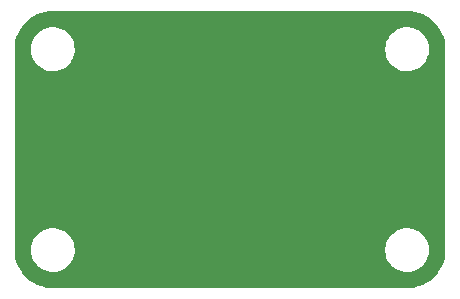
<source format=gbr>
%TF.GenerationSoftware,KiCad,Pcbnew,6.0.6*%
%TF.CreationDate,2022-08-30T17:07:56+02:00*%
%TF.ProjectId,rf_biscuit,72665f62-6973-4637-9569-742e6b696361,rev?*%
%TF.SameCoordinates,Original*%
%TF.FileFunction,Copper,L2,Bot*%
%TF.FilePolarity,Positive*%
%FSLAX46Y46*%
G04 Gerber Fmt 4.6, Leading zero omitted, Abs format (unit mm)*
G04 Created by KiCad (PCBNEW 6.0.6) date 2022-08-30 17:07:56*
%MOMM*%
%LPD*%
G01*
G04 APERTURE LIST*
%TA.AperFunction,SMDPad,CuDef*%
%ADD10R,4.200000X1.350000*%
%TD*%
%TA.AperFunction,ViaPad*%
%ADD11C,0.600000*%
%TD*%
G04 APERTURE END LIST*
D10*
%TO.P,P2,2,Ext*%
%TO.N,GND*%
X62000000Y-89275000D03*
X62000000Y-94925000D03*
%TD*%
%TO.P,P1,2,Ext*%
%TO.N,GND*%
X30000000Y-94825000D03*
X30000000Y-89175000D03*
%TD*%
D11*
%TO.N,GND*%
X41200000Y-96500000D03*
X39700000Y-88800000D03*
X39700000Y-95300000D03*
X46000000Y-96500000D03*
X50700000Y-96500000D03*
X46000000Y-87700000D03*
X41200000Y-87700000D03*
X54300000Y-87400000D03*
X52400000Y-89100000D03*
X54300000Y-96600000D03*
X52400000Y-95400000D03*
X37700000Y-96500000D03*
X50700000Y-87700000D03*
X37700000Y-87500000D03*
%TD*%
%TA.AperFunction,Conductor*%
%TO.N,GND*%
G36*
X60987103Y-80256921D02*
G01*
X61000000Y-80259486D01*
X61012172Y-80257065D01*
X61024580Y-80257065D01*
X61024580Y-80257156D01*
X61035565Y-80256364D01*
X61332647Y-80271933D01*
X61345763Y-80273311D01*
X61668255Y-80324389D01*
X61681155Y-80327131D01*
X61996541Y-80411638D01*
X62009084Y-80415714D01*
X62313894Y-80532720D01*
X62325943Y-80538084D01*
X62616867Y-80686318D01*
X62628288Y-80692912D01*
X62902124Y-80870742D01*
X62912794Y-80878495D01*
X63166532Y-81083968D01*
X63176333Y-81092793D01*
X63407207Y-81323667D01*
X63416032Y-81333468D01*
X63621505Y-81587206D01*
X63629258Y-81597876D01*
X63807088Y-81871712D01*
X63813682Y-81883133D01*
X63961916Y-82174057D01*
X63967280Y-82186106D01*
X64084286Y-82490916D01*
X64088362Y-82503459D01*
X64172869Y-82818845D01*
X64175611Y-82831745D01*
X64226689Y-83154237D01*
X64228067Y-83167353D01*
X64243529Y-83462383D01*
X64243636Y-83464433D01*
X64242844Y-83475420D01*
X64242935Y-83475420D01*
X64242935Y-83487828D01*
X64240514Y-83500000D01*
X64242935Y-83512170D01*
X64243079Y-83512894D01*
X64245500Y-83537476D01*
X64245500Y-100462524D01*
X64243079Y-100487103D01*
X64240514Y-100500000D01*
X64242935Y-100512172D01*
X64242935Y-100524580D01*
X64242844Y-100524580D01*
X64243636Y-100535565D01*
X64229016Y-100814540D01*
X64228067Y-100832646D01*
X64226689Y-100845763D01*
X64175611Y-101168255D01*
X64172869Y-101181155D01*
X64088362Y-101496541D01*
X64084286Y-101509084D01*
X63967280Y-101813894D01*
X63961916Y-101825943D01*
X63813682Y-102116867D01*
X63807088Y-102128288D01*
X63629258Y-102402124D01*
X63621505Y-102412794D01*
X63416032Y-102666532D01*
X63407207Y-102676333D01*
X63176333Y-102907207D01*
X63166532Y-102916032D01*
X62912794Y-103121505D01*
X62902124Y-103129258D01*
X62628288Y-103307088D01*
X62616867Y-103313682D01*
X62325943Y-103461916D01*
X62313894Y-103467280D01*
X62009084Y-103584286D01*
X61996541Y-103588362D01*
X61681155Y-103672869D01*
X61668255Y-103675611D01*
X61345763Y-103726689D01*
X61332647Y-103728067D01*
X61035565Y-103743636D01*
X61024580Y-103742844D01*
X61024580Y-103742935D01*
X61012172Y-103742935D01*
X61000000Y-103740514D01*
X60987103Y-103743079D01*
X60962524Y-103745500D01*
X31037476Y-103745500D01*
X31012897Y-103743079D01*
X31000000Y-103740514D01*
X30987828Y-103742935D01*
X30975420Y-103742935D01*
X30975420Y-103742844D01*
X30964435Y-103743636D01*
X30667353Y-103728067D01*
X30654237Y-103726689D01*
X30331745Y-103675611D01*
X30318845Y-103672869D01*
X30003459Y-103588362D01*
X29990916Y-103584286D01*
X29686106Y-103467280D01*
X29674057Y-103461916D01*
X29383133Y-103313682D01*
X29371712Y-103307088D01*
X29097876Y-103129258D01*
X29087206Y-103121505D01*
X28833468Y-102916032D01*
X28823667Y-102907207D01*
X28592793Y-102676333D01*
X28583968Y-102666532D01*
X28378495Y-102412794D01*
X28370742Y-102402124D01*
X28192912Y-102128288D01*
X28186318Y-102116867D01*
X28038084Y-101825943D01*
X28032720Y-101813894D01*
X27915714Y-101509084D01*
X27911638Y-101496541D01*
X27827131Y-101181155D01*
X27824389Y-101168255D01*
X27773311Y-100845763D01*
X27771933Y-100832646D01*
X27770984Y-100814540D01*
X27756711Y-100542186D01*
X29141018Y-100542186D01*
X29166579Y-100810100D01*
X29167664Y-100814534D01*
X29167665Y-100814540D01*
X29209665Y-100986180D01*
X29230547Y-101071518D01*
X29331583Y-101320963D01*
X29467569Y-101553210D01*
X29635658Y-101763395D01*
X29832327Y-101947113D01*
X30053457Y-102100516D01*
X30294416Y-102220391D01*
X30298750Y-102221812D01*
X30298753Y-102221813D01*
X30545823Y-102302807D01*
X30545829Y-102302808D01*
X30550156Y-102304227D01*
X30554647Y-102305007D01*
X30554648Y-102305007D01*
X30811538Y-102349611D01*
X30811546Y-102349612D01*
X30815319Y-102350267D01*
X30819156Y-102350458D01*
X30898777Y-102354422D01*
X30898785Y-102354422D01*
X30900348Y-102354500D01*
X31068374Y-102354500D01*
X31070642Y-102354335D01*
X31070654Y-102354335D01*
X31201457Y-102344844D01*
X31268425Y-102339985D01*
X31272880Y-102339001D01*
X31272883Y-102339001D01*
X31526770Y-102282947D01*
X31526772Y-102282946D01*
X31531226Y-102281963D01*
X31782900Y-102186613D01*
X31908467Y-102116867D01*
X32014179Y-102058149D01*
X32014180Y-102058148D01*
X32018172Y-102055931D01*
X32172020Y-101938518D01*
X32228491Y-101895421D01*
X32228495Y-101895417D01*
X32232116Y-101892654D01*
X32420249Y-101700203D01*
X32527242Y-101553210D01*
X32575942Y-101486304D01*
X32575947Y-101486297D01*
X32578630Y-101482610D01*
X32703941Y-101244433D01*
X32793557Y-100990662D01*
X32824702Y-100832646D01*
X32844720Y-100731083D01*
X32844721Y-100731077D01*
X32845601Y-100726611D01*
X32854782Y-100542186D01*
X59141018Y-100542186D01*
X59166579Y-100810100D01*
X59167664Y-100814534D01*
X59167665Y-100814540D01*
X59209665Y-100986180D01*
X59230547Y-101071518D01*
X59331583Y-101320963D01*
X59467569Y-101553210D01*
X59635658Y-101763395D01*
X59832327Y-101947113D01*
X60053457Y-102100516D01*
X60294416Y-102220391D01*
X60298750Y-102221812D01*
X60298753Y-102221813D01*
X60545823Y-102302807D01*
X60545829Y-102302808D01*
X60550156Y-102304227D01*
X60554647Y-102305007D01*
X60554648Y-102305007D01*
X60811538Y-102349611D01*
X60811546Y-102349612D01*
X60815319Y-102350267D01*
X60819156Y-102350458D01*
X60898777Y-102354422D01*
X60898785Y-102354422D01*
X60900348Y-102354500D01*
X61068374Y-102354500D01*
X61070642Y-102354335D01*
X61070654Y-102354335D01*
X61201457Y-102344844D01*
X61268425Y-102339985D01*
X61272880Y-102339001D01*
X61272883Y-102339001D01*
X61526770Y-102282947D01*
X61526772Y-102282946D01*
X61531226Y-102281963D01*
X61782900Y-102186613D01*
X61908467Y-102116867D01*
X62014179Y-102058149D01*
X62014180Y-102058148D01*
X62018172Y-102055931D01*
X62172020Y-101938518D01*
X62228491Y-101895421D01*
X62228495Y-101895417D01*
X62232116Y-101892654D01*
X62420249Y-101700203D01*
X62527242Y-101553210D01*
X62575942Y-101486304D01*
X62575947Y-101486297D01*
X62578630Y-101482610D01*
X62703941Y-101244433D01*
X62793557Y-100990662D01*
X62824702Y-100832646D01*
X62844720Y-100731083D01*
X62844721Y-100731077D01*
X62845601Y-100726611D01*
X62854782Y-100542186D01*
X62858755Y-100462383D01*
X62858755Y-100462377D01*
X62858982Y-100457814D01*
X62833421Y-100189900D01*
X62769453Y-99928482D01*
X62668417Y-99679037D01*
X62532431Y-99446790D01*
X62364342Y-99236605D01*
X62167673Y-99052887D01*
X61946543Y-98899484D01*
X61705584Y-98779609D01*
X61701250Y-98778188D01*
X61701247Y-98778187D01*
X61454177Y-98697193D01*
X61454171Y-98697192D01*
X61449844Y-98695773D01*
X61445352Y-98694993D01*
X61188462Y-98650389D01*
X61188454Y-98650388D01*
X61184681Y-98649733D01*
X61174718Y-98649237D01*
X61101223Y-98645578D01*
X61101215Y-98645578D01*
X61099652Y-98645500D01*
X60931626Y-98645500D01*
X60929358Y-98645665D01*
X60929346Y-98645665D01*
X60798543Y-98655156D01*
X60731575Y-98660015D01*
X60727120Y-98660999D01*
X60727117Y-98660999D01*
X60473230Y-98717053D01*
X60473228Y-98717054D01*
X60468774Y-98718037D01*
X60217100Y-98813387D01*
X59981828Y-98944069D01*
X59978196Y-98946841D01*
X59771509Y-99104579D01*
X59771505Y-99104583D01*
X59767884Y-99107346D01*
X59579751Y-99299797D01*
X59577066Y-99303486D01*
X59424058Y-99513696D01*
X59424053Y-99513703D01*
X59421370Y-99517390D01*
X59296059Y-99755567D01*
X59206443Y-100009338D01*
X59205560Y-100013820D01*
X59170855Y-100189900D01*
X59154399Y-100273389D01*
X59154172Y-100277942D01*
X59154172Y-100277945D01*
X59141348Y-100535567D01*
X59141018Y-100542186D01*
X32854782Y-100542186D01*
X32858755Y-100462383D01*
X32858755Y-100462377D01*
X32858982Y-100457814D01*
X32833421Y-100189900D01*
X32769453Y-99928482D01*
X32668417Y-99679037D01*
X32532431Y-99446790D01*
X32364342Y-99236605D01*
X32167673Y-99052887D01*
X31946543Y-98899484D01*
X31705584Y-98779609D01*
X31701250Y-98778188D01*
X31701247Y-98778187D01*
X31454177Y-98697193D01*
X31454171Y-98697192D01*
X31449844Y-98695773D01*
X31445352Y-98694993D01*
X31188462Y-98650389D01*
X31188454Y-98650388D01*
X31184681Y-98649733D01*
X31174718Y-98649237D01*
X31101223Y-98645578D01*
X31101215Y-98645578D01*
X31099652Y-98645500D01*
X30931626Y-98645500D01*
X30929358Y-98645665D01*
X30929346Y-98645665D01*
X30798543Y-98655156D01*
X30731575Y-98660015D01*
X30727120Y-98660999D01*
X30727117Y-98660999D01*
X30473230Y-98717053D01*
X30473228Y-98717054D01*
X30468774Y-98718037D01*
X30217100Y-98813387D01*
X29981828Y-98944069D01*
X29978196Y-98946841D01*
X29771509Y-99104579D01*
X29771505Y-99104583D01*
X29767884Y-99107346D01*
X29579751Y-99299797D01*
X29577066Y-99303486D01*
X29424058Y-99513696D01*
X29424053Y-99513703D01*
X29421370Y-99517390D01*
X29296059Y-99755567D01*
X29206443Y-100009338D01*
X29205560Y-100013820D01*
X29170855Y-100189900D01*
X29154399Y-100273389D01*
X29154172Y-100277942D01*
X29154172Y-100277945D01*
X29141348Y-100535567D01*
X29141018Y-100542186D01*
X27756711Y-100542186D01*
X27756364Y-100535565D01*
X27757156Y-100524580D01*
X27757065Y-100524580D01*
X27757065Y-100512172D01*
X27759486Y-100500000D01*
X27756921Y-100487103D01*
X27754500Y-100462524D01*
X27754500Y-83542186D01*
X29141018Y-83542186D01*
X29166579Y-83810100D01*
X29230547Y-84071518D01*
X29331583Y-84320963D01*
X29467569Y-84553210D01*
X29635658Y-84763395D01*
X29832327Y-84947113D01*
X30053457Y-85100516D01*
X30294416Y-85220391D01*
X30298750Y-85221812D01*
X30298753Y-85221813D01*
X30545823Y-85302807D01*
X30545829Y-85302808D01*
X30550156Y-85304227D01*
X30554647Y-85305007D01*
X30554648Y-85305007D01*
X30811538Y-85349611D01*
X30811546Y-85349612D01*
X30815319Y-85350267D01*
X30819156Y-85350458D01*
X30898777Y-85354422D01*
X30898785Y-85354422D01*
X30900348Y-85354500D01*
X31068374Y-85354500D01*
X31070642Y-85354335D01*
X31070654Y-85354335D01*
X31201457Y-85344844D01*
X31268425Y-85339985D01*
X31272880Y-85339001D01*
X31272883Y-85339001D01*
X31526770Y-85282947D01*
X31526772Y-85282946D01*
X31531226Y-85281963D01*
X31782900Y-85186613D01*
X32018172Y-85055931D01*
X32164842Y-84943996D01*
X32228491Y-84895421D01*
X32228495Y-84895417D01*
X32232116Y-84892654D01*
X32420249Y-84700203D01*
X32527242Y-84553210D01*
X32575942Y-84486304D01*
X32575947Y-84486297D01*
X32578630Y-84482610D01*
X32703941Y-84244433D01*
X32793557Y-83990662D01*
X32818688Y-83863156D01*
X32844720Y-83731083D01*
X32844721Y-83731077D01*
X32845601Y-83726611D01*
X32854782Y-83542186D01*
X59141018Y-83542186D01*
X59166579Y-83810100D01*
X59230547Y-84071518D01*
X59331583Y-84320963D01*
X59467569Y-84553210D01*
X59635658Y-84763395D01*
X59832327Y-84947113D01*
X60053457Y-85100516D01*
X60294416Y-85220391D01*
X60298750Y-85221812D01*
X60298753Y-85221813D01*
X60545823Y-85302807D01*
X60545829Y-85302808D01*
X60550156Y-85304227D01*
X60554647Y-85305007D01*
X60554648Y-85305007D01*
X60811538Y-85349611D01*
X60811546Y-85349612D01*
X60815319Y-85350267D01*
X60819156Y-85350458D01*
X60898777Y-85354422D01*
X60898785Y-85354422D01*
X60900348Y-85354500D01*
X61068374Y-85354500D01*
X61070642Y-85354335D01*
X61070654Y-85354335D01*
X61201457Y-85344844D01*
X61268425Y-85339985D01*
X61272880Y-85339001D01*
X61272883Y-85339001D01*
X61526770Y-85282947D01*
X61526772Y-85282946D01*
X61531226Y-85281963D01*
X61782900Y-85186613D01*
X62018172Y-85055931D01*
X62164842Y-84943996D01*
X62228491Y-84895421D01*
X62228495Y-84895417D01*
X62232116Y-84892654D01*
X62420249Y-84700203D01*
X62527242Y-84553210D01*
X62575942Y-84486304D01*
X62575947Y-84486297D01*
X62578630Y-84482610D01*
X62703941Y-84244433D01*
X62793557Y-83990662D01*
X62818688Y-83863156D01*
X62844720Y-83731083D01*
X62844721Y-83731077D01*
X62845601Y-83726611D01*
X62854782Y-83542186D01*
X62858755Y-83462383D01*
X62858755Y-83462377D01*
X62858982Y-83457814D01*
X62833421Y-83189900D01*
X62827905Y-83167354D01*
X62770539Y-82932920D01*
X62769453Y-82928482D01*
X62668417Y-82679037D01*
X62532431Y-82446790D01*
X62364342Y-82236605D01*
X62167673Y-82052887D01*
X61946543Y-81899484D01*
X61705584Y-81779609D01*
X61701250Y-81778188D01*
X61701247Y-81778187D01*
X61454177Y-81697193D01*
X61454171Y-81697192D01*
X61449844Y-81695773D01*
X61445352Y-81694993D01*
X61188462Y-81650389D01*
X61188454Y-81650388D01*
X61184681Y-81649733D01*
X61174718Y-81649237D01*
X61101223Y-81645578D01*
X61101215Y-81645578D01*
X61099652Y-81645500D01*
X60931626Y-81645500D01*
X60929358Y-81645665D01*
X60929346Y-81645665D01*
X60798543Y-81655156D01*
X60731575Y-81660015D01*
X60727120Y-81660999D01*
X60727117Y-81660999D01*
X60473230Y-81717053D01*
X60473228Y-81717054D01*
X60468774Y-81718037D01*
X60217100Y-81813387D01*
X60213114Y-81815601D01*
X60213112Y-81815602D01*
X60065754Y-81897452D01*
X59981828Y-81944069D01*
X59978196Y-81946841D01*
X59771509Y-82104579D01*
X59771505Y-82104583D01*
X59767884Y-82107346D01*
X59579751Y-82299797D01*
X59577066Y-82303486D01*
X59424058Y-82513696D01*
X59424053Y-82513703D01*
X59421370Y-82517390D01*
X59296059Y-82755567D01*
X59206443Y-83009338D01*
X59205560Y-83013820D01*
X59170855Y-83189900D01*
X59154399Y-83273389D01*
X59154172Y-83277942D01*
X59154172Y-83277945D01*
X59144106Y-83480161D01*
X59141018Y-83542186D01*
X32854782Y-83542186D01*
X32858755Y-83462383D01*
X32858755Y-83462377D01*
X32858982Y-83457814D01*
X32833421Y-83189900D01*
X32827905Y-83167354D01*
X32770539Y-82932920D01*
X32769453Y-82928482D01*
X32668417Y-82679037D01*
X32532431Y-82446790D01*
X32364342Y-82236605D01*
X32167673Y-82052887D01*
X31946543Y-81899484D01*
X31705584Y-81779609D01*
X31701250Y-81778188D01*
X31701247Y-81778187D01*
X31454177Y-81697193D01*
X31454171Y-81697192D01*
X31449844Y-81695773D01*
X31445352Y-81694993D01*
X31188462Y-81650389D01*
X31188454Y-81650388D01*
X31184681Y-81649733D01*
X31174718Y-81649237D01*
X31101223Y-81645578D01*
X31101215Y-81645578D01*
X31099652Y-81645500D01*
X30931626Y-81645500D01*
X30929358Y-81645665D01*
X30929346Y-81645665D01*
X30798543Y-81655156D01*
X30731575Y-81660015D01*
X30727120Y-81660999D01*
X30727117Y-81660999D01*
X30473230Y-81717053D01*
X30473228Y-81717054D01*
X30468774Y-81718037D01*
X30217100Y-81813387D01*
X30213114Y-81815601D01*
X30213112Y-81815602D01*
X30065754Y-81897452D01*
X29981828Y-81944069D01*
X29978196Y-81946841D01*
X29771509Y-82104579D01*
X29771505Y-82104583D01*
X29767884Y-82107346D01*
X29579751Y-82299797D01*
X29577066Y-82303486D01*
X29424058Y-82513696D01*
X29424053Y-82513703D01*
X29421370Y-82517390D01*
X29296059Y-82755567D01*
X29206443Y-83009338D01*
X29205560Y-83013820D01*
X29170855Y-83189900D01*
X29154399Y-83273389D01*
X29154172Y-83277942D01*
X29154172Y-83277945D01*
X29144106Y-83480161D01*
X29141018Y-83542186D01*
X27754500Y-83542186D01*
X27754500Y-83537476D01*
X27756921Y-83512894D01*
X27757065Y-83512170D01*
X27759486Y-83500000D01*
X27757065Y-83487828D01*
X27757065Y-83475420D01*
X27757156Y-83475420D01*
X27756364Y-83464433D01*
X27756472Y-83462383D01*
X27771933Y-83167353D01*
X27773311Y-83154237D01*
X27824389Y-82831745D01*
X27827131Y-82818845D01*
X27911638Y-82503459D01*
X27915714Y-82490916D01*
X28032720Y-82186106D01*
X28038084Y-82174057D01*
X28186318Y-81883133D01*
X28192912Y-81871712D01*
X28370742Y-81597876D01*
X28378495Y-81587206D01*
X28583968Y-81333468D01*
X28592793Y-81323667D01*
X28823667Y-81092793D01*
X28833468Y-81083968D01*
X29087206Y-80878495D01*
X29097876Y-80870742D01*
X29371712Y-80692912D01*
X29383133Y-80686318D01*
X29674057Y-80538084D01*
X29686106Y-80532720D01*
X29990916Y-80415714D01*
X30003459Y-80411638D01*
X30318845Y-80327131D01*
X30331745Y-80324389D01*
X30654237Y-80273311D01*
X30667353Y-80271933D01*
X30964435Y-80256364D01*
X30975420Y-80257156D01*
X30975420Y-80257065D01*
X30987828Y-80257065D01*
X31000000Y-80259486D01*
X31012897Y-80256921D01*
X31037476Y-80254500D01*
X60962524Y-80254500D01*
X60987103Y-80256921D01*
G37*
%TD.AperFunction*%
%TD*%
M02*

</source>
